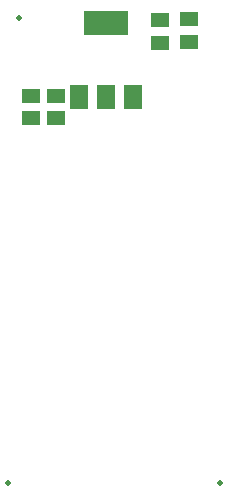
<source format=gbr>
G04 EAGLE Gerber X2 export*
%TF.Part,Single*%
%TF.FileFunction,Paste,Bot*%
%TF.FilePolarity,Positive*%
%TF.GenerationSoftware,Autodesk,EAGLE,9.7.0*%
%TF.CreationDate,2022-05-08T16:05:26Z*%
G75*
%MOMM*%
%FSLAX46Y46*%
%LPD*%
%INSolderpaste Bottom*%
%AMOC8*
5,1,8,0,0,1.08239X$1,22.5*%
G01*
G04 Define Apertures*
%ADD10R,1.500000X1.300000*%
%ADD11R,1.500000X2.000000*%
%ADD12R,3.800000X2.000000*%
%ADD13C,0.508000*%
D10*
X7177400Y34332700D03*
X7177400Y32432700D03*
X18067400Y40742700D03*
X18067400Y38842700D03*
X20557400Y40822700D03*
X20557400Y38922700D03*
X9287400Y34332700D03*
X9287400Y32432700D03*
D11*
X15797400Y34202700D03*
X13497400Y34202700D03*
X11197400Y34202700D03*
D12*
X13497400Y40502700D03*
D13*
X5256000Y1556000D03*
X23186000Y1546000D03*
X6176000Y40896000D03*
M02*

</source>
